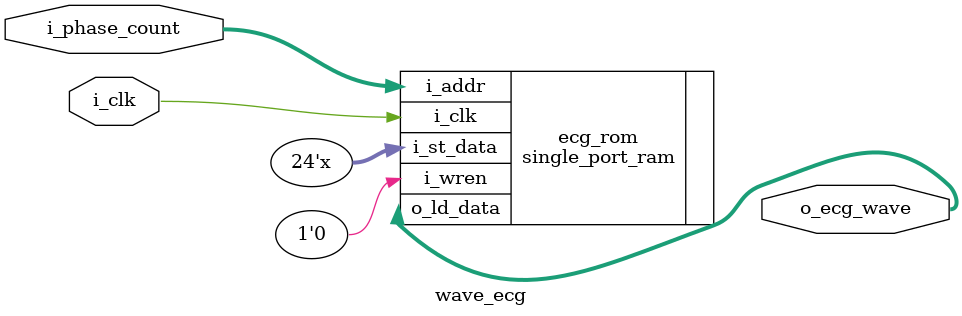
<source format=sv>
module wave_ecg #(
    parameter WIDTH    = 24  ,
    parameter DEPTH    = 1024,
    parameter HEX_LINK = "./ecg_wave.txt"
)(
    input  logic                       i_clk        ,
    //input  logic                       i_rst_n      ,
    input  logic [$clog2(DEPTH) - 1:0] i_phase_count,
    output logic [WIDTH         - 1:0] o_ecg_wave
);

    single_port_ram #(
        .DATA_WIDTH (WIDTH), 
        .ADDR_WIDTH ($clog2(DEPTH)),
    	.HEX_LINK	(HEX_LINK)
    ) ecg_rom (
        .i_clk      (i_clk),
        .i_wren     (1'b0),
        .i_addr     (i_phase_count),
        .i_st_data  ({WIDTH{1'bx}}),
        .o_ld_data  (o_ecg_wave)
    );

endmodule
</source>
